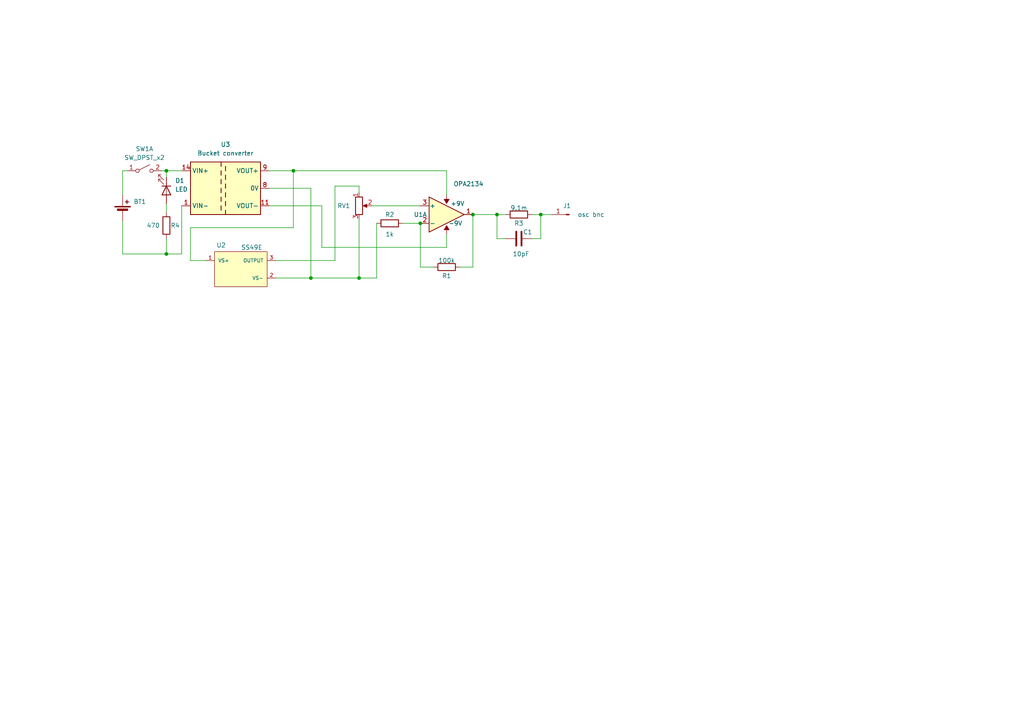
<source format=kicad_sch>
(kicad_sch (version 20230620) (generator eeschema)
  (paper "A4")
  (title_block (title "Current probe board") (date "2023-07-07") (rev "V0.9") (company "YR-Design") (comment 1 "email: rob@yr-design.biz") (comment 2 "Sugano 616, Mitsue, Nara, Japan, 633-1302"))
  (lib_symbols
    (symbol "Device:C" (pin_numbers hide) (pin_names (offset 0.254))
      (property "Reference" "C" (at 0.635 2.54 0))
      (property "Value" "C" (at 0.635 -2.54 0))
      (symbol "C_0_1"
        (polyline (pts (xy -2.032 -0.762) (xy 2.032 -0.762)) (stroke (width 0.508)))
        (polyline (pts (xy -2.032 0.762) (xy 2.032 0.762)) (stroke (width 0.508)))
      )
      (symbol "C_1_1"
        (pin passive line (at 0 3.81 270) (length 2.794) (name "~") (number "1"))
        (pin passive line (at 0 -3.81 90) (length 2.794) (name "~") (number "2"))
      )
    )
    (symbol "Device:LED" (pin_numbers hide) (pin_names (offset 1.016) hide)
      (property "Reference" "D" (at 0 2.54 0))
      (property "Value" "LED" (at 0 -2.54 0))
      (symbol "LED_0_1"
        (polyline (pts (xy -1.27 -1.27) (xy -1.27 1.27)) (stroke (width 0.254)))
        (polyline (pts (xy -1.27 0) (xy 1.27 0)))
        (polyline (pts (xy 1.27 -1.27) (xy 1.27 1.27) (xy -1.27 0) (xy 1.27 -1.27)) (stroke (width 0.254)))
        (polyline (pts (xy -3.048 -0.762) (xy -4.572 -2.286) (xy -3.81 -2.286) (xy -4.572 -2.286) (xy -4.572 -1.524)))
        (polyline (pts (xy -1.778 -0.762) (xy -3.302 -2.286) (xy -2.54 -2.286) (xy -3.302 -2.286) (xy -3.302 -1.524)))
      )
      (symbol "LED_1_1"
        (pin passive line (at -3.81 0 0) (length 2.54) (name "K") (number "1"))
        (pin passive line (at 3.81 0 180) (length 2.54) (name "A") (number "2"))
      )
    )
    (symbol "Library:Battery_Cell" (pin_numbers hide) (pin_names (offset 0) hide)
      (property "Reference" "BT" (at 2.54 2.54 0))
      (property "Value" "Battery_Cell" (at 2.54 0 0))
      (symbol "Battery_Cell_0_1"
        (rectangle (start -2.286 1.778) (end 2.286 1.524) (fill (type outline)))
        (rectangle (start -1.524 1.016) (end 1.524 0.508) (fill (type outline)))
        (polyline (pts (xy 0 0.762) (xy 0 0)))
        (polyline (pts (xy 0 1.778) (xy 0 2.54)))
        (polyline (pts (xy 0.762 3.048) (xy 1.778 3.048)) (stroke (width 0.254)))
        (polyline (pts (xy 1.27 3.556) (xy 1.27 2.54)) (stroke (width 0.254)))
      )
      (symbol "Battery_Cell_1_1"
        (pin passive line (at 0 5.08 270) (length 2.54) (name "+") (number "1"))
        (pin passive line (at 0 -2.54 90) (length 2.54) (name "-") (number "2"))
      )
    )
    (symbol "Library:Conn_01x01_Pin" (pin_names (offset 1.016) hide)
      (property "Reference" "J" (at 0 2.54 0))
      (property "Value" "Conn_01x01_Pin" (at 0 -2.54 0))
      (symbol "Conn_01x01_Pin_1_1"
        (polyline (pts (xy 1.27 0) (xy 0.8636 0)) (stroke (width 0.1524)))
        (rectangle (start 0.8636 0.127) (end 0 -0.127) (stroke (width 0.1524)) (fill (type outline)))
        (pin passive line (at 5.08 0 180) (length 3.81) (name "Pin_1") (number "1"))
      )
    )
    (symbol "Library:NMA1512DC"
      (property "Reference" "U" (at -10.16 8.89 0))
      (property "Value" "NMA1512DC" (at -1.27 8.89 0))
      (symbol "NMA1512DC_0_1"
        (rectangle (start -10.16 7.62) (end 10.16 -7.62) (stroke (width 0.254)) (fill (type background)))
        (polyline (pts (xy -1.27 -5.08) (xy -1.27 -6.35)) (stroke (width 0.254)))
        (polyline (pts (xy -1.27 -2.54) (xy -1.27 -3.81)) (stroke (width 0.254)))
        (polyline (pts (xy -1.27 0) (xy -1.27 -1.27)) (stroke (width 0.254)))
        (polyline (pts (xy -1.27 2.54) (xy -1.27 1.27)) (stroke (width 0.254)))
        (polyline (pts (xy -1.27 5.08) (xy -1.27 3.81)) (stroke (width 0.254)))
        (polyline (pts (xy -1.27 7.62) (xy -1.27 6.35)) (stroke (width 0.254)))
        (polyline (pts (xy 0 -7.62) (xy 0 -6.35)) (stroke (width 0.254)))
        (polyline (pts (xy 0 -5.08) (xy 0 -3.81)) (stroke (width 0.254)))
        (polyline (pts (xy 0 -1.27) (xy 0 -2.54)) (stroke (width 0.254)))
        (polyline (pts (xy 0 0) (xy 0 1.27)) (stroke (width 0.254)))
        (polyline (pts (xy 0 2.54) (xy 0 3.81)) (stroke (width 0.254)))
        (polyline (pts (xy 0 5.08) (xy 0 6.35)) (stroke (width 0.254)))
      )
      (symbol "NMA1512DC_1_1"
        (pin power_in line (at -12.7 -5.08 0) (length 2.54) (name "VIN-") (number "1"))
        (pin power_out line (at 12.7 -5.08 180) (length 2.54) (name "VOUT-") (number "11"))
        (pin power_in line (at -12.7 5.08 0) (length 2.54) (name "VIN+") (number "14"))
        (pin no_connect line (at -10.16 0 0) (length 2.54) hide (name "NC") (number "7"))
        (pin power_out line (at 12.7 0 180) (length 2.54) (name "0V") (number "8"))
        (pin power_out line (at 12.7 5.08 180) (length 2.54) (name "VOUT+") (number "9"))
      )
    )
    (symbol "Library:OPA2134" (pin_names (offset 0.127))
      (property "Reference" "U" (at 0 5.08 0))
      (property "Value" "OPA2134" (at 0 -5.08 0))
      (symbol "OPA2134_1_1"
        (polyline (pts (xy -5.08 5.08) (xy 5.08 0) (xy -5.08 -5.08) (xy -5.08 5.08)) (stroke (width 0.254)) (fill (type background)))
        (pin output line (at 7.62 0 180) (length 2.54) (name "~") (number "1"))
        (pin input line (at -7.62 -2.54 0) (length 2.54) (name "-") (number "2"))
        (pin input line (at -7.62 2.54 0) (length 2.54) (name "+") (number "3"))
      )
      (symbol "OPA2134_2_1"
        (polyline (pts (xy -5.08 5.08) (xy 5.08 0) (xy -5.08 -5.08) (xy -5.08 5.08)) (stroke (width 0.254)) (fill (type background)))
        (pin input line (at -7.62 2.54 0) (length 2.54) (name "+") (number "5"))
        (pin input line (at -7.62 -2.54 0) (length 2.54) (name "-") (number "6"))
        (pin output line (at 7.62 0 180) (length 2.54) (name "~") (number "7"))
      )
      (symbol "OPA2134_3_1"
        (pin power_in line (at -2.54 -7.62 90) (length 3.81) (name "V-") (number "4"))
        (pin power_in line (at -2.54 7.62 270) (length 3.81) (name "V+") (number "8"))
      )
    )
    (symbol "Library:R" (pin_numbers hide) (pin_names (offset 0))
      (property "Reference" "R" (at 2.032 0 90))
      (property "Value" "R" (at 0 0 90))
      (symbol "R_0_1"
        (rectangle (start -1.016 -2.54) (end 1.016 2.54) (stroke (width 0.254)))
      )
      (symbol "R_1_1"
        (pin passive line (at 0 3.81 270) (length 1.27) (name "~") (number "1"))
        (pin passive line (at 0 -3.81 90) (length 1.27) (name "~") (number "2"))
      )
    )
    (symbol "Library:R_Potentiometer" (pin_names (offset 1.016) hide)
      (property "Reference" "RV" (at -4.445 0 90))
      (property "Value" "R_Potentiometer" (at -2.54 0 90))
      (symbol "R_Potentiometer_0_1"
        (polyline (pts (xy 2.54 0) (xy 1.524 0)))
        (polyline (pts (xy 1.143 0) (xy 2.286 0.508) (xy 2.286 -0.508) (xy 1.143 0)) (fill (type outline)))
        (rectangle (start 1.016 2.54) (end -1.016 -2.54) (stroke (width 0.254)))
      )
      (symbol "R_Potentiometer_1_1"
        (pin passive line (at 0 3.81 270) (length 1.27) (name "1") (number "1"))
        (pin passive line (at 3.81 0 180) (length 1.27) (name "2") (number "2"))
        (pin passive line (at 0 -3.81 90) (length 1.27) (name "3") (number "3"))
      )
    )
    (symbol "Library:SS49E" (pin_names (offset 1.016))
      (property "Reference" "U2" (at 19.05 6.985 0))
      (property "Value" "SS49E" (at 19.05 4.445 0))
      (symbol "SS49E_1_1"
        (rectangle (start 17.78 2.54) (end 33.02 -7.62) (fill (type background)))
        (pin power_in line (at 15.24 0 0) (length 2.54) (name "VS+") (number "1"))
        (pin power_in line (at 35.56 -5.08 180) (length 2.54) (name "VS-") (number "2"))
        (pin passive line (at 35.56 0 180) (length 2.54) (name "OUTPUT") (number "3"))
      )
    )
    (symbol "Library:SW_DPST_x2" (pin_names (offset 0) hide)
      (property "Reference" "SW" (at 0 3.175 0))
      (property "Value" "SW_DPST_x2" (at 0 -2.54 0))
      (symbol "SW_DPST_x2_0_0"
        (circle (center -2.032 0) (radius 0.508))
        (polyline (pts (xy -1.524 0.254) (xy 1.524 1.778)))
        (circle (center 2.032 0) (radius 0.508))
      )
      (symbol "SW_DPST_x2_1_1"
        (pin passive line (at -5.08 0 0) (length 2.54) (name "A") (number "1"))
        (pin passive line (at 5.08 0 180) (length 2.54) (name "B") (number "2"))
      )
      (symbol "SW_DPST_x2_2_1"
        (pin passive line (at -5.08 0 0) (length 2.54) (name "A") (number "3"))
        (pin passive line (at 5.08 0 180) (length 2.54) (name "B") (number "4"))
      )
    )
    (symbol "power:-15V" (power) (pin_names (offset 0))
      (property "Value" "-15V" (at 0 3.81 0))
      (symbol "-15V_0_0"
        (pin power_in line (at 0 0 90) (length 0) hide (name "-15V") (number "1"))
      )
      (symbol "-15V_0_1"
        (polyline (pts (xy 0 0) (xy 0 1.27) (xy 0.762 1.27) (xy 0 2.54) (xy -0.762 1.27) (xy 0 1.27)) (fill (type outline)))
      )
    )
  )
  (junction (at 104.14 80.645))
  (junction (at 137.16 62.23))
  (junction (at 144.145 62.23))
  (junction (at 48.26 49.53))
  (junction (at 90.17 80.645))
  (junction (at 121.92 64.77))
  (junction (at 85.09 49.53))
  (junction (at 48.26 73.66))
  (junction (at 156.845 62.23))
  (wire (pts (xy 116.84 64.77) (xy 121.92 64.77)))
  (wire (pts (xy 52.705 73.66) (xy 52.705 59.69)))
  (wire (pts (xy 48.26 51.435) (xy 48.26 49.53)))
  (wire (pts (xy 156.845 62.23) (xy 160.02 62.23)))
  (wire (pts (xy 48.26 59.055) (xy 48.26 61.595)))
  (wire (pts (xy 144.145 62.23) (xy 146.685 62.23)))
  (wire (pts (xy 85.09 49.53) (xy 129.54 49.53)))
  (wire (pts (xy 90.17 80.645) (xy 104.14 80.645)))
  (wire (pts (xy 35.56 56.515) (xy 35.56 49.53)))
  (wire (pts (xy 156.845 69.215) (xy 156.845 62.23)))
  (wire (pts (xy 144.145 69.215) (xy 144.145 62.23)))
  (wire (pts (xy 35.56 64.135) (xy 35.56 73.66)))
  (wire (pts (xy 35.56 49.53) (xy 36.83 49.53)))
  (wire (pts (xy 48.26 73.66) (xy 52.705 73.66)))
  (wire (pts (xy 97.155 53.975) (xy 97.155 75.565)))
  (wire (pts (xy 104.14 55.88) (xy 104.14 53.975)))
  (wire (pts (xy 78.105 54.61) (xy 90.17 54.61)))
  (wire (pts (xy 154.305 69.215) (xy 156.845 69.215)))
  (wire (pts (xy 104.14 80.645) (xy 109.22 80.645)))
  (wire (pts (xy 85.09 66.04) (xy 85.09 49.53)))
  (wire (pts (xy 93.345 59.69) (xy 93.345 71.755)))
  (wire (pts (xy 109.22 64.77) (xy 109.22 80.645)))
  (wire (pts (xy 97.155 75.565) (xy 80.01 75.565)))
  (wire (pts (xy 104.14 63.5) (xy 104.14 80.645)))
  (wire (pts (xy 146.685 69.215) (xy 144.145 69.215)))
  (wire (pts (xy 55.245 66.04) (xy 85.09 66.04)))
  (wire (pts (xy 137.16 62.23) (xy 137.16 77.47)))
  (wire (pts (xy 129.54 71.755) (xy 129.54 67.945)))
  (wire (pts (xy 137.16 62.23) (xy 144.145 62.23)))
  (wire (pts (xy 121.92 77.47) (xy 125.73 77.47)))
  (wire (pts (xy 93.345 71.755) (xy 129.54 71.755)))
  (wire (pts (xy 107.95 59.69) (xy 121.92 59.69)))
  (wire (pts (xy 93.345 59.69) (xy 78.105 59.69)))
  (wire (pts (xy 48.26 69.215) (xy 48.26 73.66)))
  (wire (pts (xy 46.99 49.53) (xy 48.26 49.53)))
  (wire (pts (xy 121.92 64.77) (xy 121.92 77.47)))
  (wire (pts (xy 78.105 49.53) (xy 85.09 49.53)))
  (wire (pts (xy 48.26 49.53) (xy 52.705 49.53)))
  (wire (pts (xy 55.245 75.565) (xy 55.245 66.04)))
  (wire (pts (xy 137.16 77.47) (xy 133.35 77.47)))
  (wire (pts (xy 80.01 80.645) (xy 90.17 80.645)))
  (wire (pts (xy 154.305 62.23) (xy 156.845 62.23)))
  (wire (pts (xy 97.155 53.975) (xy 104.14 53.975)))
  (wire (pts (xy 129.54 49.53) (xy 129.54 56.515)))
  (wire (pts (xy 90.17 54.61) (xy 90.17 80.645)))
  (wire (pts (xy 55.245 75.565) (xy 59.69 75.565)))
  (wire (pts (xy 35.56 73.66) (xy 48.26 73.66)))
  (symbol (lib_id "Library:OPA2134") (at 129.54 62.23 0) (unit 1)
    (property "Reference" "U1" (at 121.92 62.23 0))
    (property "Value" "OPA2134" (at 135.89 53.34 0))
    (property "Datasheet" "http://www.ti.com/lit/ds/symlink/opa134.pdf" (effects hide))
    (property "Description" "Dual SoundPlus High Performance Audio Operational Amplifiers, DIP-8/SOIC-8" (effects hide))
  )
  (symbol (lib_id "Library:SS49E") (at 44.45 75.565 0) (unit 1)
    (property "Reference" "U2" (at 64.135 71.12 0))
    (property "Value" "SS49E" (at 73.025 71.755 0))
    (property "Footprint" "Honeywell-SS49E-*" (effects hide))
    (property "Datasheet" "https://sensing.honeywell.com/index.php?ci_id=50359" (effects hide))
    (property "Description" "SS49E" (effects hide))
    (property "category" "IC" (effects hide))
    (property "device class L1" "Sensors" (effects hide))
    (property "device class L2" "Magnetic Sensors" (effects hide))
    (property "device class L3" "unset" (effects hide))
    (property "digikey description" "SENSOR LINEAR ANALOG RADIAL" (effects hide))
    (property "digikey part number" "480-2006-ND" (effects hide))
    (property "lead free" "Yes" (effects hide))
    (property "library id" "f68291460c896368" (effects hide))
    (property "manufacturer" "Honeywell" (effects hide))
    (property "max supply voltage" "6.5V" (effects hide))
    (property "min supply voltage" "2.7V" (effects hide))
    (property "mouser description" "Board Mount Hall Effect / Magnetic Sensors Flat TO-92, 3.0Vdc Ratiometric, PCB" (effects hide))
    (property "mouser part number" "785-SS49E" (effects hide))
    (property "operating supply current" "6mA" (effects hide))
    (property "output current" "1.5mA" (effects hide))
    (property "package" "TO92-3" (effects hide))
    (property "rohs" "Yes" (effects hide))
    (property "sensing method" "Hall Effect" (effects hide))
    (property "sensor output" "Analog Voltage" (effects hide))
    (property "temperature range high" "+100°C" (effects hide))
    (property "temperature range low" "-40°C" (effects hide))
  )
  (symbol (lib_id "Library:R") (at 48.26 65.405 180) (unit 1)
    (property "Reference" "R4" (at 50.8 65.405 0))
    (property "Value" "470" (at 44.45 65.405 0))
    (property "Description" "Resistor" (effects hide))
  )
  (symbol (lib_id "Library:Conn_01x01_Pin") (at 165.1 62.23 180) (unit 1)
    (property "Reference" "J1" (at 164.465 59.69 0))
    (property "Value" "osc bnc" (at 171.45 62.23 0))
    (property "Description" "Generic connector, single row, 01x01, script generated" (effects hide))
  )
  (symbol (lib_id "Library:R_Potentiometer") (at 104.14 59.69 0) (unit 1)
    (property "Reference" "RV1" (at 101.6 59.69 0) (effects (justify right)))
    (property "Value" "R_Potentiometer" (effects hide))
    (property "Description" "Potentiometer" (effects hide))
  )
  (symbol (lib_id "Device:C") (at 150.495 69.215 90) (unit 1)
    (property "Reference" "C1" (at 153.035 67.31 90))
    (property "Value" "10pF" (at 151.13 73.66 90))
    (property "Description" "Unpolarized capacitor" (effects hide))
  )
  (symbol (lib_id "Library:NMA1512DC") (at 65.405 54.61 0) (unit 1)
    (property "Reference" "U3" (at 65.405 41.91 0))
    (property "Value" "Bucket converter" (at 65.405 44.45 0))
    (property "Footprint" "Converter_DCDC:Converter_DCDC_Murata_NMAxxxxDC_THT" (effects hide))
    (property "Datasheet" "http://power.murata.com/data/power/ncl/kdc_nma.pdf" (effects hide))
    (property "Description" "+/-42mA Isolated 1W Dual output DC/DC Converter Module, 15V Input Voltage, +/-12V Output Voltage, DIP Package" (effects hide))
  )
  (symbol (lib_id "Library:R") (at 129.54 77.47 90) (unit 1)
    (property "Reference" "R1" (at 129.54 80.01 90))
    (property "Value" "100k" (at 129.54 75.565 90))
    (property "Description" "Resistor" (effects hide))
  )
  (symbol (lib_id "Library:R") (at 113.03 64.77 90) (unit 1)
    (property "Reference" "R2" (at 113.03 62.23 90))
    (property "Value" "1k" (at 113.03 67.945 90))
    (property "Description" "Resistor" (effects hide))
  )
  (symbol (lib_id "Library:R") (at 150.495 62.23 90) (unit 1)
    (property "Reference" "R3" (at 150.495 64.77 90))
    (property "Value" "9.1m" (at 150.495 60.325 90))
    (property "Description" "Resistor" (effects hide))
  )
  (symbol (lib_id "Library:Battery_Cell") (at 35.56 61.595 0) (unit 1)
    (property "Reference" "BT1" (at 38.735 58.4835 0) (effects (justify left)))
    (property "Value" "Battery_Cell" (effects hide))
    (property "Description" "Single-cell battery" (effects hide))
  )
  (symbol (lib_id "Library:SW_DPST_x2") (at 41.91 49.53 0) (unit 1)
    (property "Reference" "SW1" (at 41.91 43.18 0))
    (property "Value" "SW_DPST_x2" (at 41.91 45.72 0))
    (property "Description" "Single Pole Single Throw (SPST) switch, separate symbol" (effects hide))
  )
  (symbol (lib_id "power:-15V") (at 129.54 56.515 180) (unit 1)
    (property "Reference" "#PWR03" (effects hide))
    (property "Value" "+9V" (at 132.715 59.055 0))
    (property "Description" "Power symbol creates a global label with name \"-15V\"" (effects hide))
  )
  (symbol (lib_id "power:-15V") (at 129.54 67.945 0) (unit 1)
    (property "Reference" "#PWR02" (effects hide))
    (property "Value" "-9V" (at 132.08 64.77 0))
    (property "Description" "Power symbol creates a global label with name \"-15V\"" (effects hide))
  )
  (symbol (lib_id "Device:LED") (at 48.26 55.245 270) (unit 1)
    (property "Reference" "D1" (at 50.8 52.3875 90) (effects (justify left)))
    (property "Value" "LED" (at 50.8 54.9275 90) (effects (justify left)))
    (property "Description" "Light emitting diode" (effects hide))
  )
)
</source>
